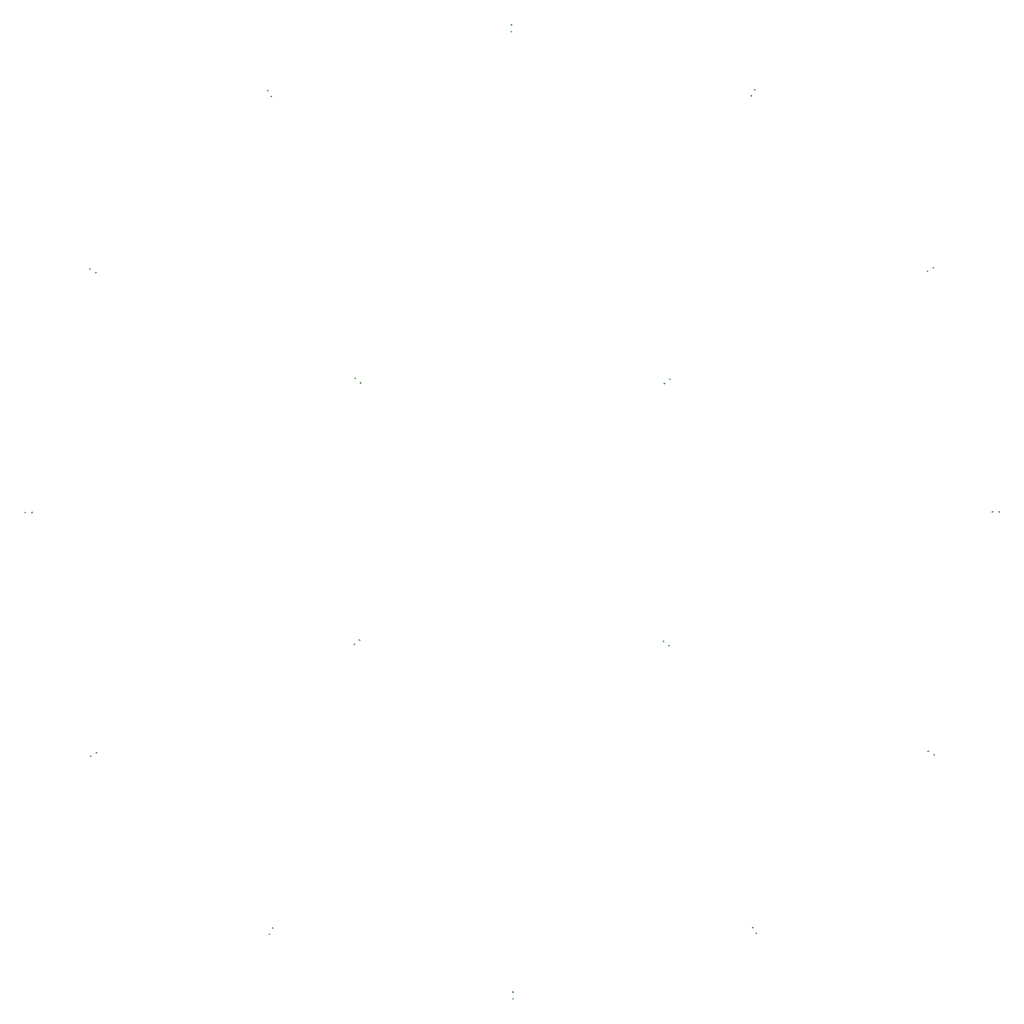
<source format=gbp>
G04*
G04 #@! TF.GenerationSoftware,Altium Limited,Altium Designer,20.2.3 (150)*
G04*
G04 Layer_Color=128*
%FSLAX25Y25*%
%MOIN*%
G70*
G04*
G04 #@! TF.SameCoordinates,FEBEBD62-9BCC-4C60-8B63-8EF99F169A48*
G04*
G04*
G04 #@! TF.FilePolarity,Positive*
G04*
G01*
G75*
%ADD70C,0.00787*%
G36*
X433242Y809862D02*
X432336Y808957D01*
X431942Y808957D01*
X431942Y810256D01*
X433242Y810256D01*
X433242Y809862D01*
D02*
G37*
G36*
X433239Y804310D02*
Y803916D01*
X431940Y803916D01*
X431940Y805215D01*
X432333D01*
X433239Y804310D01*
D02*
G37*
G36*
X621807Y759640D02*
X621611Y759299D01*
X620374Y758965D01*
X620033Y759162D01*
X620681Y760288D01*
X621807Y759640D01*
D02*
G37*
G36*
X244827Y759469D02*
X244494Y758232D01*
X244152Y758036D01*
X243504Y759162D01*
X244631Y759810D01*
X244827Y759469D01*
D02*
G37*
G36*
X618506Y755724D02*
X618840Y754487D01*
X618643Y754146D01*
X617517Y754794D01*
X618165Y755920D01*
X618506Y755724D01*
D02*
G37*
G36*
X247593Y754655D02*
X247790Y754314D01*
X246663Y753666D01*
X246016Y754792D01*
X246357Y754988D01*
X247593Y754655D01*
D02*
G37*
G36*
X759806Y621520D02*
X759465Y621322D01*
X758228Y621652D01*
X758030Y621993D01*
X759154Y622644D01*
X759806Y621520D01*
D02*
G37*
G36*
X106848Y621618D02*
X107177Y620380D01*
X106980Y620040D01*
X105856Y620691D01*
X106507Y621815D01*
X106848Y621618D01*
D02*
G37*
G36*
X754989Y619779D02*
X754660Y618541D01*
X754319Y618344D01*
X753668Y619468D01*
X754792Y620119D01*
X754989Y619779D01*
D02*
G37*
G36*
X111991Y618635D02*
X111340Y617511D01*
X110216Y618162D01*
X110413Y618503D01*
X111651Y618832D01*
X111991Y618635D01*
D02*
G37*
G36*
X312753Y536367D02*
X312500Y536065D01*
X311224Y535954D01*
X310923Y536207D01*
X311758Y537202D01*
X312753Y536367D01*
D02*
G37*
G36*
X555850Y535769D02*
X554856Y534933D01*
X554603Y535234D01*
X554712Y536510D01*
X555014Y536763D01*
X555850Y535769D01*
D02*
G37*
G36*
X316612Y533125D02*
X315777Y532130D01*
X315476Y532383D01*
X315364Y533659D01*
X315617Y533960D01*
X316612Y533125D01*
D02*
G37*
G36*
X551739Y532827D02*
X551992Y532526D01*
X550998Y531689D01*
X550162Y532683D01*
X550463Y532937D01*
X551739Y532827D01*
D02*
G37*
G36*
X805337Y433663D02*
X805337Y433269D01*
X804430Y432365D01*
X804036Y432365D01*
X804038Y433665D01*
X805337Y433663D01*
D02*
G37*
G36*
X810378Y433653D02*
X810376Y432354D01*
X809982Y432354D01*
X809078Y433261D01*
X809078Y433655D01*
X810378Y433653D01*
D02*
G37*
G36*
X57185Y432335D02*
X57186Y431942D01*
X55886Y431941D01*
X55886Y433241D01*
X56280Y433241D01*
X57185Y432335D01*
D02*
G37*
G36*
X62226Y431941D02*
X60927Y431940D01*
X60927Y432334D01*
X61832Y433240D01*
X62226Y433240D01*
X62226Y431941D01*
D02*
G37*
G36*
X315981Y333751D02*
X315680Y333498D01*
X314404Y333609D01*
X314151Y333911D01*
X315146Y334746D01*
X315981Y333751D01*
D02*
G37*
G36*
X550666Y333759D02*
X550778Y332483D01*
X550525Y332182D01*
X549529Y333017D01*
X550364Y334012D01*
X550666Y333759D01*
D02*
G37*
G36*
X311537Y331206D02*
X311425Y329931D01*
X311123Y329678D01*
X310288Y330673D01*
X311283Y331508D01*
X311537Y331206D01*
D02*
G37*
G36*
X555219Y329935D02*
X554384Y328940D01*
X553389Y329775D01*
X553642Y330077D01*
X554918Y330188D01*
X555219Y329935D01*
D02*
G37*
G36*
X755926Y247980D02*
X755729Y247639D01*
X754491Y247310D01*
X754151Y247507D01*
X754802Y248631D01*
X755926Y247980D01*
D02*
G37*
G36*
X112474Y246674D02*
X111350Y246022D01*
X111152Y246363D01*
X111482Y247600D01*
X111823Y247798D01*
X112474Y246674D01*
D02*
G37*
G36*
X760286Y245451D02*
X759635Y244327D01*
X759294Y244524D01*
X758964Y245761D01*
X759162Y246102D01*
X760286Y245451D01*
D02*
G37*
G36*
X107914Y244490D02*
X108112Y244149D01*
X106987Y243498D01*
X106336Y244622D01*
X106677Y244819D01*
X107914Y244490D01*
D02*
G37*
G36*
X620126Y111350D02*
X619785Y111153D01*
X618548Y111487D01*
X618352Y111828D01*
X619478Y112476D01*
X620126Y111350D01*
D02*
G37*
G36*
X248625Y111348D02*
X247977Y110222D01*
X247635Y110418D01*
X247302Y111654D01*
X247498Y111995D01*
X248625Y111348D01*
D02*
G37*
G36*
X622637Y106979D02*
X621511Y106332D01*
X621315Y106673D01*
X621648Y107909D01*
X621989Y108106D01*
X622637Y106979D01*
D02*
G37*
G36*
X246109Y106980D02*
X245461Y105854D01*
X244335Y106502D01*
X244531Y106843D01*
X245767Y107176D01*
X246109Y106980D01*
D02*
G37*
G36*
X434202Y62226D02*
X434202Y60926D01*
X433808Y60926D01*
X432903Y61832D01*
X432903Y62226D01*
X434202Y62226D01*
D02*
G37*
G36*
X434199Y57185D02*
X434199Y55886D01*
X432900Y55886D01*
X432900Y56280D01*
X433806Y57185D01*
X434199Y57185D01*
D02*
G37*
D70*
X61717Y432421D02*
D03*
X56362Y432456D02*
D03*
X554303Y329636D02*
D03*
X550224Y333105D02*
D03*
X555151Y535810D02*
D03*
X551031Y532389D02*
D03*
X311839Y536506D02*
D03*
X315917Y533036D02*
D03*
X310987Y330632D02*
D03*
X315113Y334046D02*
D03*
X804546Y433183D02*
D03*
X809901Y433139D02*
D03*
X111140Y618182D02*
D03*
X106525Y620898D02*
D03*
X111792Y246834D02*
D03*
X107141Y244181D02*
D03*
X247954Y111146D02*
D03*
X245252Y106523D02*
D03*
X433721Y61716D02*
D03*
X433685Y56361D02*
D03*
X619315Y111795D02*
D03*
X621954Y107135D02*
D03*
X755001Y247960D02*
D03*
X759617Y245244D02*
D03*
X754349Y619307D02*
D03*
X759001Y621960D02*
D03*
X618188Y754996D02*
D03*
X620890Y759619D02*
D03*
X432421Y804425D02*
D03*
X432457Y809780D02*
D03*
X246826Y754347D02*
D03*
X244188Y759007D02*
D03*
M02*

</source>
